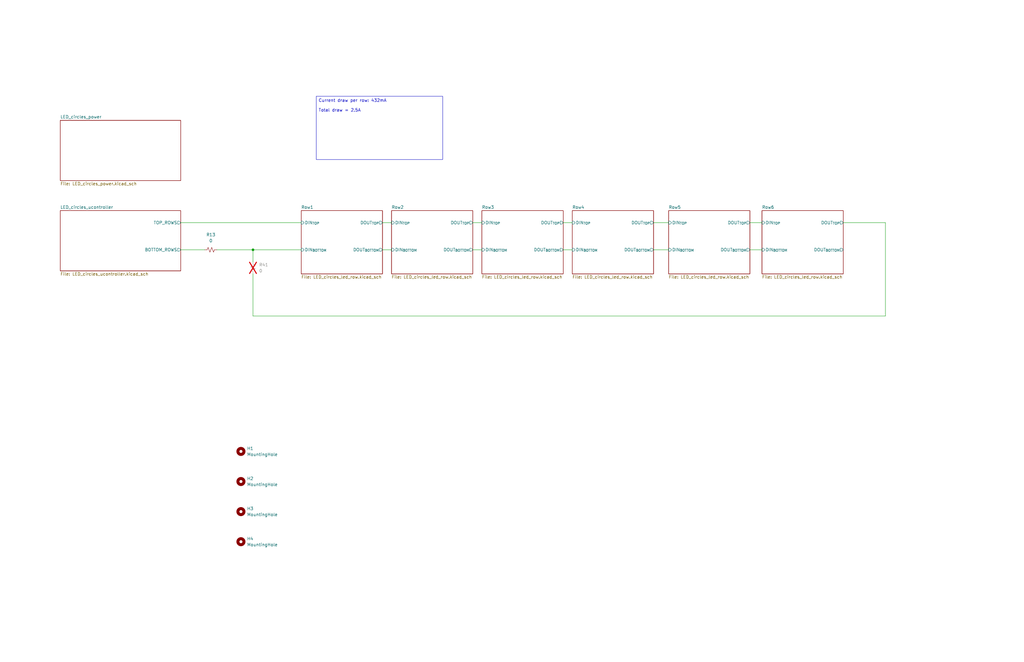
<source format=kicad_sch>
(kicad_sch (version 20250114) (generator "eeschema") (generator_version "9.0")
  (paper "USLedger")
  (lib_symbols
    (symbol "Device:R_Small_US" (pin_numbers (hide yes)) (pin_names (offset 0.254) (hide yes))
      (property "Reference" "R" (at 0.762 0.508 0))
      (property "Value" "R_Small_US" (at 0.762 -1.016 0))
      (symbol "R_Small_US_1_1"
        (polyline (pts (xy 0 1.524) (xy 1.016 1.143) (xy 0 0.762) (xy -1.016 0.381) (xy 0 0)))
        (polyline (pts (xy 0 0) (xy 1.016 -0.381) (xy 0 -0.762) (xy -1.016 -1.143) (xy 0 -1.524)))
        (pin passive line (at 0 2.54 270) (length 1.016) (name "~") (number "1"))
        (pin passive line (at 0 -2.54 90) (length 1.016) (name "~") (number "2"))
      )
    )
    (symbol "Mechanical:MountingHole" (pin_names (offset 1.016)) (in_bom no)
      (property "Reference" "H" (at 0 5.08 0))
      (property "Value" "MountingHole" (at 0 3.175 0))
      (symbol "MountingHole_0_1"
        (circle (center 0 0) (radius 1.27) (stroke (width 1.27)))
      )
    )
  )
  (text_box "Current draw per row: 432mA\n\nTotal draw = 2.5A" (at 133.35 40.64 0) (size 53.34 26.67) (margins 0.9525 0.9525 0.9525 0.9525) (effects (font (size 1.27 1.27)) (justify left top)))
  (junction (at 106.68 105.41))
  (wire (pts (xy 106.68 105.41) (xy 106.68 110.49)))
  (wire (pts (xy 91.44 105.41) (xy 106.68 105.41)))
  (wire (pts (xy 199.39 105.41) (xy 203.2 105.41)))
  (wire (pts (xy 106.68 115.57) (xy 106.68 133.35)))
  (wire (pts (xy 237.49 105.41) (xy 241.3 105.41)))
  (wire (pts (xy 373.38 93.98) (xy 373.38 133.35)))
  (wire (pts (xy 76.2 93.98) (xy 127 93.98)))
  (wire (pts (xy 316.23 105.41) (xy 321.31 105.41)))
  (wire (pts (xy 161.29 105.41) (xy 165.1 105.41)))
  (wire (pts (xy 76.2 105.41) (xy 86.36 105.41)))
  (wire (pts (xy 316.23 93.98) (xy 321.31 93.98)))
  (wire (pts (xy 355.6 93.98) (xy 373.38 93.98)))
  (wire (pts (xy 275.59 93.98) (xy 281.94 93.98)))
  (wire (pts (xy 199.39 93.98) (xy 203.2 93.98)))
  (wire (pts (xy 106.68 105.41) (xy 127 105.41)))
  (wire (pts (xy 373.38 133.35) (xy 106.68 133.35)))
  (wire (pts (xy 275.59 105.41) (xy 281.94 105.41)))
  (wire (pts (xy 237.49 93.98) (xy 241.3 93.98)))
  (wire (pts (xy 161.29 93.98) (xy 165.1 93.98)))
  (symbol (lib_id "Device:R_Small_US") (at 88.9 105.41 90) (unit 1) (in_bom no)
    (property "Reference" "R13" (at 88.9 99.06 90))
    (property "Value" "0" (at 88.9 101.6 90))
    (property "Footprint" "Resistor_SMD:R_0805_2012Metric" (effects (hide yes)))
    (property "Description" "Resistor, small US symbol" (effects (hide yes)))
  )
  (symbol (lib_id "Mechanical:MountingHole") (at 101.6 215.9 0) (unit 1) (in_bom no)
    (property "Reference" "H3" (at 104.14 214.6299 0) (effects (justify left)))
    (property "Value" "MountingHole" (at 104.14 217.1699 0) (effects (justify left)))
    (property "Footprint" "MountingHole:MountingHole_2.5mm" (effects (hide yes)))
    (property "Description" "Mounting Hole without connection" (effects (hide yes)))
  )
  (symbol (lib_id "Mechanical:MountingHole") (at 101.6 190.5 0) (unit 1) (in_bom no)
    (property "Reference" "H1" (at 104.14 189.2299 0) (effects (justify left)))
    (property "Value" "MountingHole" (at 104.14 191.7699 0) (effects (justify left)))
    (property "Footprint" "MountingHole:MountingHole_2.5mm" (effects (hide yes)))
    (property "Description" "Mounting Hole without connection" (effects (hide yes)))
  )
  (symbol (lib_id "Mechanical:MountingHole") (at 101.6 203.2 0) (unit 1) (in_bom no)
    (property "Reference" "H2" (at 104.14 201.9299 0) (effects (justify left)))
    (property "Value" "MountingHole" (at 104.14 204.4699 0) (effects (justify left)))
    (property "Footprint" "MountingHole:MountingHole_2.5mm" (effects (hide yes)))
    (property "Description" "Mounting Hole without connection" (effects (hide yes)))
  )
  (symbol (lib_id "Device:R_Small_US") (at 106.68 113.03 0) (unit 1) (in_bom no) (dnp yes)
    (property "Reference" "R41" (at 109.22 111.7599 0) (effects (justify left)))
    (property "Value" "0" (at 109.22 114.2999 0) (effects (justify left)))
    (property "Footprint" "Resistor_SMD:R_0805_2012Metric" (effects (hide yes)))
    (property "Description" "Resistor, small US symbol" (effects (hide yes)))
  )
  (symbol (lib_id "Mechanical:MountingHole") (at 101.6 228.6 0) (unit 1) (in_bom no)
    (property "Reference" "H4" (at 104.14 227.3299 0) (effects (justify left)))
    (property "Value" "MountingHole" (at 104.14 229.8699 0) (effects (justify left)))
    (property "Footprint" "MountingHole:MountingHole_2.5mm" (effects (hide yes)))
    (property "Description" "Mounting Hole without connection" (effects (hide yes)))
  )
  (sheet (at 241.3 88.9) (size 34.29 26.67) (stroke (width 0.1524))
    (property "Sheetname" "Row4" (at 241.3 88.1884 0) (effects (justify left bottom)))
    (property "Sheetfile" "LED_circles_led_row.kicad_sch" (at 241.3 116.1546 0) (effects (justify left top)))
    (pin "DIN_{TOP}" input (at 241.3 93.98 180))
    (pin "DIN_{BOTTOM}" input (at 241.3 105.41 180))
    (pin "DOUT_{TOP}" output (at 275.59 93.98 0))
    (pin "DOUT_{BOTTOM}" output (at 275.59 105.41 0))
  )
  (sheet (at 203.2 88.9) (size 34.29 26.67) (stroke (width 0.1524))
    (property "Sheetname" "Row3" (at 203.2 88.1884 0) (effects (justify left bottom)))
    (property "Sheetfile" "LED_circles_led_row.kicad_sch" (at 203.2 116.1546 0) (effects (justify left top)))
    (pin "DIN_{TOP}" input (at 203.2 93.98 180))
    (pin "DIN_{BOTTOM}" input (at 203.2 105.41 180))
    (pin "DOUT_{TOP}" output (at 237.49 93.98 0))
    (pin "DOUT_{BOTTOM}" output (at 237.49 105.41 0))
  )
  (sheet (at 127 88.9) (size 34.29 26.67) (stroke (width 0.1524))
    (property "Sheetname" "Row1" (at 127 88.1884 0) (effects (justify left bottom)))
    (property "Sheetfile" "LED_circles_led_row.kicad_sch" (at 127 116.1546 0) (effects (justify left top)))
    (pin "DIN_{BOTTOM}" input (at 127 105.41 180))
    (pin "DIN_{TOP}" input (at 127 93.98 180))
    (pin "DOUT_{BOTTOM}" output (at 161.29 105.41 0))
    (pin "DOUT_{TOP}" output (at 161.29 93.98 0))
  )
  (sheet (at 281.94 88.9) (size 34.29 26.67) (stroke (width 0.1524))
    (property "Sheetname" "Row5" (at 281.94 88.1884 0) (effects (justify left bottom)))
    (property "Sheetfile" "LED_circles_led_row.kicad_sch" (at 281.94 116.1546 0) (effects (justify left top)))
    (pin "DIN_{TOP}" input (at 281.94 93.98 180))
    (pin "DIN_{BOTTOM}" input (at 281.94 105.41 180))
    (pin "DOUT_{TOP}" output (at 316.23 93.98 0))
    (pin "DOUT_{BOTTOM}" output (at 316.23 105.41 0))
  )
  (sheet (at 25.4 50.8) (size 50.8 25.4) (stroke (width 0.1524))
    (property "Sheetname" "LED_circles_power" (at 25.4 50.0884 0) (effects (justify left bottom)))
    (property "Sheetfile" "LED_circles_power.kicad_sch" (at 25.4 76.7846 0) (effects (justify left top)))
  )
  (sheet (at 165.1 88.9) (size 34.29 26.67) (stroke (width 0.1524))
    (property "Sheetname" "Row2" (at 165.1 88.1884 0) (effects (justify left bottom)))
    (property "Sheetfile" "LED_circles_led_row.kicad_sch" (at 165.1 116.1546 0) (effects (justify left top)))
    (pin "DIN_{TOP}" input (at 165.1 93.98 180))
    (pin "DIN_{BOTTOM}" input (at 165.1 105.41 180))
    (pin "DOUT_{TOP}" output (at 199.39 93.98 0))
    (pin "DOUT_{BOTTOM}" output (at 199.39 105.41 0))
  )
  (sheet (at 25.4 88.9) (size 50.8 25.4) (stroke (width 0.1524))
    (property "Sheetname" "LED_circles_ucontroller" (at 25.4 88.1884 0) (effects (justify left bottom)))
    (property "Sheetfile" "LED_circles_ucontroller.kicad_sch" (at 25.4 114.8846 0) (effects (justify left top)))
    (pin "BOTTOM_ROWS" output (at 76.2 105.41 0))
    (pin "TOP_ROWS" output (at 76.2 93.98 0))
  )
  (sheet (at 321.31 88.9) (size 34.29 26.67) (stroke (width 0.1524))
    (property "Sheetname" "Row6" (at 321.31 88.1884 0) (effects (justify left bottom)))
    (property "Sheetfile" "LED_circles_led_row.kicad_sch" (at 321.31 116.1546 0) (effects (justify left top)))
    (pin "DIN_{TOP}" input (at 321.31 93.98 180))
    (pin "DIN_{BOTTOM}" input (at 321.31 105.41 180))
    (pin "DOUT_{TOP}" output (at 355.6 93.98 0))
    (pin "DOUT_{BOTTOM}" output (at 355.6 105.41 0))
  )
)
</source>
